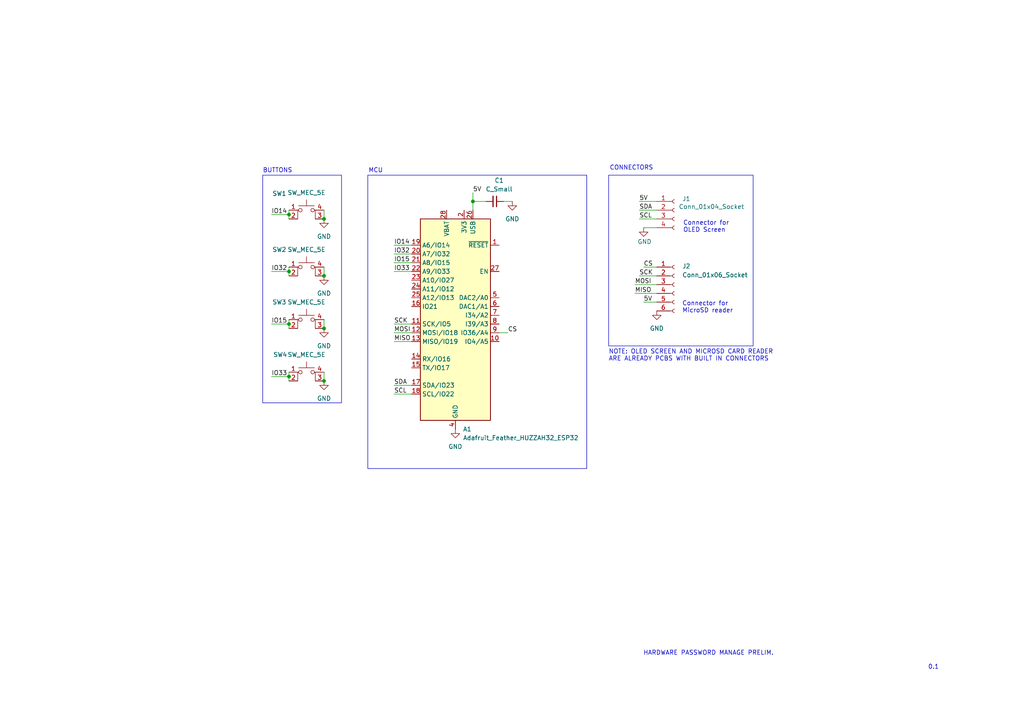
<source format=kicad_sch>
(kicad_sch
	(version 20231120)
	(generator "eeschema")
	(generator_version "8.0")
	(uuid "ace7992a-48fe-4fe3-bf4e-2c222e1fe8cf")
	(paper "A4")
	(lib_symbols
		(symbol "Connector:Conn_01x04_Socket"
			(pin_names
				(offset 1.016) hide)
			(exclude_from_sim no)
			(in_bom yes)
			(on_board yes)
			(property "Reference" "J"
				(at 0 5.08 0)
				(effects
					(font
						(size 1.27 1.27)
					)
				)
			)
			(property "Value" "Conn_01x04_Socket"
				(at 0 -7.62 0)
				(effects
					(font
						(size 1.27 1.27)
					)
				)
			)
			(property "Footprint" ""
				(at 0 0 0)
				(effects
					(font
						(size 1.27 1.27)
					)
					(hide yes)
				)
			)
			(property "Datasheet" "~"
				(at 0 0 0)
				(effects
					(font
						(size 1.27 1.27)
					)
					(hide yes)
				)
			)
			(property "Description" "Generic connector, single row, 01x04, script generated"
				(at 0 0 0)
				(effects
					(font
						(size 1.27 1.27)
					)
					(hide yes)
				)
			)
			(property "ki_locked" ""
				(at 0 0 0)
				(effects
					(font
						(size 1.27 1.27)
					)
				)
			)
			(property "ki_keywords" "connector"
				(at 0 0 0)
				(effects
					(font
						(size 1.27 1.27)
					)
					(hide yes)
				)
			)
			(property "ki_fp_filters" "Connector*:*_1x??_*"
				(at 0 0 0)
				(effects
					(font
						(size 1.27 1.27)
					)
					(hide yes)
				)
			)
			(symbol "Conn_01x04_Socket_1_1"
				(arc
					(start 0 -4.572)
					(mid -0.5058 -5.08)
					(end 0 -5.588)
					(stroke
						(width 0.1524)
						(type default)
					)
					(fill
						(type none)
					)
				)
				(arc
					(start 0 -2.032)
					(mid -0.5058 -2.54)
					(end 0 -3.048)
					(stroke
						(width 0.1524)
						(type default)
					)
					(fill
						(type none)
					)
				)
				(polyline
					(pts
						(xy -1.27 -5.08) (xy -0.508 -5.08)
					)
					(stroke
						(width 0.1524)
						(type default)
					)
					(fill
						(type none)
					)
				)
				(polyline
					(pts
						(xy -1.27 -2.54) (xy -0.508 -2.54)
					)
					(stroke
						(width 0.1524)
						(type default)
					)
					(fill
						(type none)
					)
				)
				(polyline
					(pts
						(xy -1.27 0) (xy -0.508 0)
					)
					(stroke
						(width 0.1524)
						(type default)
					)
					(fill
						(type none)
					)
				)
				(polyline
					(pts
						(xy -1.27 2.54) (xy -0.508 2.54)
					)
					(stroke
						(width 0.1524)
						(type default)
					)
					(fill
						(type none)
					)
				)
				(arc
					(start 0 0.508)
					(mid -0.5058 0)
					(end 0 -0.508)
					(stroke
						(width 0.1524)
						(type default)
					)
					(fill
						(type none)
					)
				)
				(arc
					(start 0 3.048)
					(mid -0.5058 2.54)
					(end 0 2.032)
					(stroke
						(width 0.1524)
						(type default)
					)
					(fill
						(type none)
					)
				)
				(pin passive line
					(at -5.08 2.54 0)
					(length 3.81)
					(name "Pin_1"
						(effects
							(font
								(size 1.27 1.27)
							)
						)
					)
					(number "1"
						(effects
							(font
								(size 1.27 1.27)
							)
						)
					)
				)
				(pin passive line
					(at -5.08 0 0)
					(length 3.81)
					(name "Pin_2"
						(effects
							(font
								(size 1.27 1.27)
							)
						)
					)
					(number "2"
						(effects
							(font
								(size 1.27 1.27)
							)
						)
					)
				)
				(pin passive line
					(at -5.08 -2.54 0)
					(length 3.81)
					(name "Pin_3"
						(effects
							(font
								(size 1.27 1.27)
							)
						)
					)
					(number "3"
						(effects
							(font
								(size 1.27 1.27)
							)
						)
					)
				)
				(pin passive line
					(at -5.08 -5.08 0)
					(length 3.81)
					(name "Pin_4"
						(effects
							(font
								(size 1.27 1.27)
							)
						)
					)
					(number "4"
						(effects
							(font
								(size 1.27 1.27)
							)
						)
					)
				)
			)
		)
		(symbol "Connector:Conn_01x06_Socket"
			(pin_names
				(offset 1.016) hide)
			(exclude_from_sim no)
			(in_bom yes)
			(on_board yes)
			(property "Reference" "J"
				(at 0 7.62 0)
				(effects
					(font
						(size 1.27 1.27)
					)
				)
			)
			(property "Value" "Conn_01x06_Socket"
				(at 0 -10.16 0)
				(effects
					(font
						(size 1.27 1.27)
					)
				)
			)
			(property "Footprint" ""
				(at 0 0 0)
				(effects
					(font
						(size 1.27 1.27)
					)
					(hide yes)
				)
			)
			(property "Datasheet" "~"
				(at 0 0 0)
				(effects
					(font
						(size 1.27 1.27)
					)
					(hide yes)
				)
			)
			(property "Description" "Generic connector, single row, 01x06, script generated"
				(at 0 0 0)
				(effects
					(font
						(size 1.27 1.27)
					)
					(hide yes)
				)
			)
			(property "ki_locked" ""
				(at 0 0 0)
				(effects
					(font
						(size 1.27 1.27)
					)
				)
			)
			(property "ki_keywords" "connector"
				(at 0 0 0)
				(effects
					(font
						(size 1.27 1.27)
					)
					(hide yes)
				)
			)
			(property "ki_fp_filters" "Connector*:*_1x??_*"
				(at 0 0 0)
				(effects
					(font
						(size 1.27 1.27)
					)
					(hide yes)
				)
			)
			(symbol "Conn_01x06_Socket_1_1"
				(arc
					(start 0 -7.112)
					(mid -0.5058 -7.62)
					(end 0 -8.128)
					(stroke
						(width 0.1524)
						(type default)
					)
					(fill
						(type none)
					)
				)
				(arc
					(start 0 -4.572)
					(mid -0.5058 -5.08)
					(end 0 -5.588)
					(stroke
						(width 0.1524)
						(type default)
					)
					(fill
						(type none)
					)
				)
				(arc
					(start 0 -2.032)
					(mid -0.5058 -2.54)
					(end 0 -3.048)
					(stroke
						(width 0.1524)
						(type default)
					)
					(fill
						(type none)
					)
				)
				(polyline
					(pts
						(xy -1.27 -7.62) (xy -0.508 -7.62)
					)
					(stroke
						(width 0.1524)
						(type default)
					)
					(fill
						(type none)
					)
				)
				(polyline
					(pts
						(xy -1.27 -5.08) (xy -0.508 -5.08)
					)
					(stroke
						(width 0.1524)
						(type default)
					)
					(fill
						(type none)
					)
				)
				(polyline
					(pts
						(xy -1.27 -2.54) (xy -0.508 -2.54)
					)
					(stroke
						(width 0.1524)
						(type default)
					)
					(fill
						(type none)
					)
				)
				(polyline
					(pts
						(xy -1.27 0) (xy -0.508 0)
					)
					(stroke
						(width 0.1524)
						(type default)
					)
					(fill
						(type none)
					)
				)
				(polyline
					(pts
						(xy -1.27 2.54) (xy -0.508 2.54)
					)
					(stroke
						(width 0.1524)
						(type default)
					)
					(fill
						(type none)
					)
				)
				(polyline
					(pts
						(xy -1.27 5.08) (xy -0.508 5.08)
					)
					(stroke
						(width 0.1524)
						(type default)
					)
					(fill
						(type none)
					)
				)
				(arc
					(start 0 0.508)
					(mid -0.5058 0)
					(end 0 -0.508)
					(stroke
						(width 0.1524)
						(type default)
					)
					(fill
						(type none)
					)
				)
				(arc
					(start 0 3.048)
					(mid -0.5058 2.54)
					(end 0 2.032)
					(stroke
						(width 0.1524)
						(type default)
					)
					(fill
						(type none)
					)
				)
				(arc
					(start 0 5.588)
					(mid -0.5058 5.08)
					(end 0 4.572)
					(stroke
						(width 0.1524)
						(type default)
					)
					(fill
						(type none)
					)
				)
				(pin passive line
					(at -5.08 5.08 0)
					(length 3.81)
					(name "Pin_1"
						(effects
							(font
								(size 1.27 1.27)
							)
						)
					)
					(number "1"
						(effects
							(font
								(size 1.27 1.27)
							)
						)
					)
				)
				(pin passive line
					(at -5.08 2.54 0)
					(length 3.81)
					(name "Pin_2"
						(effects
							(font
								(size 1.27 1.27)
							)
						)
					)
					(number "2"
						(effects
							(font
								(size 1.27 1.27)
							)
						)
					)
				)
				(pin passive line
					(at -5.08 0 0)
					(length 3.81)
					(name "Pin_3"
						(effects
							(font
								(size 1.27 1.27)
							)
						)
					)
					(number "3"
						(effects
							(font
								(size 1.27 1.27)
							)
						)
					)
				)
				(pin passive line
					(at -5.08 -2.54 0)
					(length 3.81)
					(name "Pin_4"
						(effects
							(font
								(size 1.27 1.27)
							)
						)
					)
					(number "4"
						(effects
							(font
								(size 1.27 1.27)
							)
						)
					)
				)
				(pin passive line
					(at -5.08 -5.08 0)
					(length 3.81)
					(name "Pin_5"
						(effects
							(font
								(size 1.27 1.27)
							)
						)
					)
					(number "5"
						(effects
							(font
								(size 1.27 1.27)
							)
						)
					)
				)
				(pin passive line
					(at -5.08 -7.62 0)
					(length 3.81)
					(name "Pin_6"
						(effects
							(font
								(size 1.27 1.27)
							)
						)
					)
					(number "6"
						(effects
							(font
								(size 1.27 1.27)
							)
						)
					)
				)
			)
		)
		(symbol "Device:C_Small"
			(pin_numbers hide)
			(pin_names
				(offset 0.254) hide)
			(exclude_from_sim no)
			(in_bom yes)
			(on_board yes)
			(property "Reference" "C"
				(at 0.254 1.778 0)
				(effects
					(font
						(size 1.27 1.27)
					)
					(justify left)
				)
			)
			(property "Value" "C_Small"
				(at 0.254 -2.032 0)
				(effects
					(font
						(size 1.27 1.27)
					)
					(justify left)
				)
			)
			(property "Footprint" ""
				(at 0 0 0)
				(effects
					(font
						(size 1.27 1.27)
					)
					(hide yes)
				)
			)
			(property "Datasheet" "~"
				(at 0 0 0)
				(effects
					(font
						(size 1.27 1.27)
					)
					(hide yes)
				)
			)
			(property "Description" "Unpolarized capacitor, small symbol"
				(at 0 0 0)
				(effects
					(font
						(size 1.27 1.27)
					)
					(hide yes)
				)
			)
			(property "ki_keywords" "capacitor cap"
				(at 0 0 0)
				(effects
					(font
						(size 1.27 1.27)
					)
					(hide yes)
				)
			)
			(property "ki_fp_filters" "C_*"
				(at 0 0 0)
				(effects
					(font
						(size 1.27 1.27)
					)
					(hide yes)
				)
			)
			(symbol "C_Small_0_1"
				(polyline
					(pts
						(xy -1.524 -0.508) (xy 1.524 -0.508)
					)
					(stroke
						(width 0.3302)
						(type default)
					)
					(fill
						(type none)
					)
				)
				(polyline
					(pts
						(xy -1.524 0.508) (xy 1.524 0.508)
					)
					(stroke
						(width 0.3048)
						(type default)
					)
					(fill
						(type none)
					)
				)
			)
			(symbol "C_Small_1_1"
				(pin passive line
					(at 0 2.54 270)
					(length 2.032)
					(name "~"
						(effects
							(font
								(size 1.27 1.27)
							)
						)
					)
					(number "1"
						(effects
							(font
								(size 1.27 1.27)
							)
						)
					)
				)
				(pin passive line
					(at 0 -2.54 90)
					(length 2.032)
					(name "~"
						(effects
							(font
								(size 1.27 1.27)
							)
						)
					)
					(number "2"
						(effects
							(font
								(size 1.27 1.27)
							)
						)
					)
				)
			)
		)
		(symbol "MCU_Module:Adafruit_Feather_HUZZAH32_ESP32"
			(exclude_from_sim no)
			(in_bom yes)
			(on_board yes)
			(property "Reference" "A"
				(at -10.16 29.21 0)
				(effects
					(font
						(size 1.27 1.27)
					)
					(justify left)
				)
			)
			(property "Value" "Adafruit_Feather_HUZZAH32_ESP32"
				(at 2.54 -31.75 0)
				(effects
					(font
						(size 1.27 1.27)
					)
					(justify left)
				)
			)
			(property "Footprint" "Module:Adafruit_Feather"
				(at 2.54 -34.29 0)
				(effects
					(font
						(size 1.27 1.27)
					)
					(justify left)
					(hide yes)
				)
			)
			(property "Datasheet" "https://cdn-learn.adafruit.com/downloads/pdf/adafruit-huzzah32-esp32-feather.pdf"
				(at 0 -30.48 0)
				(effects
					(font
						(size 1.27 1.27)
					)
					(hide yes)
				)
			)
			(property "Description" "Microcontroller module with ESP32 MCU"
				(at 0 0 0)
				(effects
					(font
						(size 1.27 1.27)
					)
					(hide yes)
				)
			)
			(property "ki_keywords" "Adafruit feather microcontroller module USB"
				(at 0 0 0)
				(effects
					(font
						(size 1.27 1.27)
					)
					(hide yes)
				)
			)
			(property "ki_fp_filters" "Adafruit*Feather*"
				(at 0 0 0)
				(effects
					(font
						(size 1.27 1.27)
					)
					(hide yes)
				)
			)
			(symbol "Adafruit_Feather_HUZZAH32_ESP32_0_1"
				(rectangle
					(start -10.16 27.94)
					(end 10.16 -30.48)
					(stroke
						(width 0.254)
						(type default)
					)
					(fill
						(type background)
					)
				)
			)
			(symbol "Adafruit_Feather_HUZZAH32_ESP32_1_1"
				(pin input line
					(at 12.7 20.32 180)
					(length 2.54)
					(name "~{RESET}"
						(effects
							(font
								(size 1.27 1.27)
							)
						)
					)
					(number "1"
						(effects
							(font
								(size 1.27 1.27)
							)
						)
					)
				)
				(pin bidirectional line
					(at 12.7 -7.62 180)
					(length 2.54)
					(name "IO4/A5"
						(effects
							(font
								(size 1.27 1.27)
							)
						)
					)
					(number "10"
						(effects
							(font
								(size 1.27 1.27)
							)
						)
					)
				)
				(pin bidirectional line
					(at -12.7 -2.54 0)
					(length 2.54)
					(name "SCK/IO5"
						(effects
							(font
								(size 1.27 1.27)
							)
						)
					)
					(number "11"
						(effects
							(font
								(size 1.27 1.27)
							)
						)
					)
				)
				(pin bidirectional line
					(at -12.7 -5.08 0)
					(length 2.54)
					(name "MOSI/IO18"
						(effects
							(font
								(size 1.27 1.27)
							)
						)
					)
					(number "12"
						(effects
							(font
								(size 1.27 1.27)
							)
						)
					)
				)
				(pin bidirectional line
					(at -12.7 -7.62 0)
					(length 2.54)
					(name "MISO/IO19"
						(effects
							(font
								(size 1.27 1.27)
							)
						)
					)
					(number "13"
						(effects
							(font
								(size 1.27 1.27)
							)
						)
					)
				)
				(pin bidirectional line
					(at -12.7 -12.7 0)
					(length 2.54)
					(name "RX/IO16"
						(effects
							(font
								(size 1.27 1.27)
							)
						)
					)
					(number "14"
						(effects
							(font
								(size 1.27 1.27)
							)
						)
					)
				)
				(pin bidirectional line
					(at -12.7 -15.24 0)
					(length 2.54)
					(name "TX/IO17"
						(effects
							(font
								(size 1.27 1.27)
							)
						)
					)
					(number "15"
						(effects
							(font
								(size 1.27 1.27)
							)
						)
					)
				)
				(pin bidirectional line
					(at -12.7 2.54 0)
					(length 2.54)
					(name "IO21"
						(effects
							(font
								(size 1.27 1.27)
							)
						)
					)
					(number "16"
						(effects
							(font
								(size 1.27 1.27)
							)
						)
					)
				)
				(pin bidirectional line
					(at -12.7 -20.32 0)
					(length 2.54)
					(name "SDA/IO23"
						(effects
							(font
								(size 1.27 1.27)
							)
						)
					)
					(number "17"
						(effects
							(font
								(size 1.27 1.27)
							)
						)
					)
				)
				(pin bidirectional line
					(at -12.7 -22.86 0)
					(length 2.54)
					(name "SCL/IO22"
						(effects
							(font
								(size 1.27 1.27)
							)
						)
					)
					(number "18"
						(effects
							(font
								(size 1.27 1.27)
							)
						)
					)
				)
				(pin bidirectional line
					(at -12.7 20.32 0)
					(length 2.54)
					(name "A6/IO14"
						(effects
							(font
								(size 1.27 1.27)
							)
						)
					)
					(number "19"
						(effects
							(font
								(size 1.27 1.27)
							)
						)
					)
				)
				(pin power_in line
					(at 2.54 30.48 270)
					(length 2.54)
					(name "3V3"
						(effects
							(font
								(size 1.27 1.27)
							)
						)
					)
					(number "2"
						(effects
							(font
								(size 1.27 1.27)
							)
						)
					)
				)
				(pin bidirectional line
					(at -12.7 17.78 0)
					(length 2.54)
					(name "A7/IO32"
						(effects
							(font
								(size 1.27 1.27)
							)
						)
					)
					(number "20"
						(effects
							(font
								(size 1.27 1.27)
							)
						)
					)
				)
				(pin bidirectional line
					(at -12.7 15.24 0)
					(length 2.54)
					(name "A8/IO15"
						(effects
							(font
								(size 1.27 1.27)
							)
						)
					)
					(number "21"
						(effects
							(font
								(size 1.27 1.27)
							)
						)
					)
				)
				(pin bidirectional line
					(at -12.7 12.7 0)
					(length 2.54)
					(name "A9/IO33"
						(effects
							(font
								(size 1.27 1.27)
							)
						)
					)
					(number "22"
						(effects
							(font
								(size 1.27 1.27)
							)
						)
					)
				)
				(pin bidirectional line
					(at -12.7 10.16 0)
					(length 2.54)
					(name "A10/IO27"
						(effects
							(font
								(size 1.27 1.27)
							)
						)
					)
					(number "23"
						(effects
							(font
								(size 1.27 1.27)
							)
						)
					)
				)
				(pin bidirectional line
					(at -12.7 7.62 0)
					(length 2.54)
					(name "A11/IO12"
						(effects
							(font
								(size 1.27 1.27)
							)
						)
					)
					(number "24"
						(effects
							(font
								(size 1.27 1.27)
							)
						)
					)
				)
				(pin bidirectional line
					(at -12.7 5.08 0)
					(length 2.54)
					(name "A12/IO13"
						(effects
							(font
								(size 1.27 1.27)
							)
						)
					)
					(number "25"
						(effects
							(font
								(size 1.27 1.27)
							)
						)
					)
				)
				(pin power_in line
					(at 5.08 30.48 270)
					(length 2.54)
					(name "USB"
						(effects
							(font
								(size 1.27 1.27)
							)
						)
					)
					(number "26"
						(effects
							(font
								(size 1.27 1.27)
							)
						)
					)
				)
				(pin input line
					(at 12.7 12.7 180)
					(length 2.54)
					(name "EN"
						(effects
							(font
								(size 1.27 1.27)
							)
						)
					)
					(number "27"
						(effects
							(font
								(size 1.27 1.27)
							)
						)
					)
				)
				(pin power_in line
					(at -2.54 30.48 270)
					(length 2.54)
					(name "VBAT"
						(effects
							(font
								(size 1.27 1.27)
							)
						)
					)
					(number "28"
						(effects
							(font
								(size 1.27 1.27)
							)
						)
					)
				)
				(pin no_connect line
					(at 10.16 10.16 180)
					(length 2.54) hide
					(name "NC"
						(effects
							(font
								(size 1.27 1.27)
							)
						)
					)
					(number "3"
						(effects
							(font
								(size 1.27 1.27)
							)
						)
					)
				)
				(pin power_in line
					(at 0 -33.02 90)
					(length 2.54)
					(name "GND"
						(effects
							(font
								(size 1.27 1.27)
							)
						)
					)
					(number "4"
						(effects
							(font
								(size 1.27 1.27)
							)
						)
					)
				)
				(pin bidirectional line
					(at 12.7 5.08 180)
					(length 2.54)
					(name "DAC2/A0"
						(effects
							(font
								(size 1.27 1.27)
							)
						)
					)
					(number "5"
						(effects
							(font
								(size 1.27 1.27)
							)
						)
					)
				)
				(pin bidirectional line
					(at 12.7 2.54 180)
					(length 2.54)
					(name "DAC1/A1"
						(effects
							(font
								(size 1.27 1.27)
							)
						)
					)
					(number "6"
						(effects
							(font
								(size 1.27 1.27)
							)
						)
					)
				)
				(pin bidirectional line
					(at 12.7 0 180)
					(length 2.54)
					(name "I34/A2"
						(effects
							(font
								(size 1.27 1.27)
							)
						)
					)
					(number "7"
						(effects
							(font
								(size 1.27 1.27)
							)
						)
					)
				)
				(pin bidirectional line
					(at 12.7 -2.54 180)
					(length 2.54)
					(name "I39/A3"
						(effects
							(font
								(size 1.27 1.27)
							)
						)
					)
					(number "8"
						(effects
							(font
								(size 1.27 1.27)
							)
						)
					)
				)
				(pin bidirectional line
					(at 12.7 -5.08 180)
					(length 2.54)
					(name "IO36/A4"
						(effects
							(font
								(size 1.27 1.27)
							)
						)
					)
					(number "9"
						(effects
							(font
								(size 1.27 1.27)
							)
						)
					)
				)
			)
		)
		(symbol "Switch:SW_MEC_5E"
			(pin_names
				(offset 1.016) hide)
			(exclude_from_sim no)
			(in_bom yes)
			(on_board yes)
			(property "Reference" "SW"
				(at 0.635 5.715 0)
				(effects
					(font
						(size 1.27 1.27)
					)
					(justify left)
				)
			)
			(property "Value" "SW_MEC_5E"
				(at 0 -3.175 0)
				(effects
					(font
						(size 1.27 1.27)
					)
				)
			)
			(property "Footprint" ""
				(at 0 7.62 0)
				(effects
					(font
						(size 1.27 1.27)
					)
					(hide yes)
				)
			)
			(property "Datasheet" "http://www.apem.com/int/index.php?controller=attachment&id_attachment=1371"
				(at 0 7.62 0)
				(effects
					(font
						(size 1.27 1.27)
					)
					(hide yes)
				)
			)
			(property "Description" "MEC 5E single pole normally-open tactile switch"
				(at 0 0 0)
				(effects
					(font
						(size 1.27 1.27)
					)
					(hide yes)
				)
			)
			(property "ki_keywords" "switch normally-open pushbutton push-button"
				(at 0 0 0)
				(effects
					(font
						(size 1.27 1.27)
					)
					(hide yes)
				)
			)
			(property "ki_fp_filters" "SW*MEC*5G*"
				(at 0 0 0)
				(effects
					(font
						(size 1.27 1.27)
					)
					(hide yes)
				)
			)
			(symbol "SW_MEC_5E_0_1"
				(circle
					(center -1.778 2.54)
					(radius 0.508)
					(stroke
						(width 0)
						(type default)
					)
					(fill
						(type none)
					)
				)
				(polyline
					(pts
						(xy -2.286 3.81) (xy 2.286 3.81)
					)
					(stroke
						(width 0)
						(type default)
					)
					(fill
						(type none)
					)
				)
				(polyline
					(pts
						(xy 0 3.81) (xy 0 5.588)
					)
					(stroke
						(width 0)
						(type default)
					)
					(fill
						(type none)
					)
				)
				(polyline
					(pts
						(xy -2.54 0) (xy -2.54 2.54) (xy -2.286 2.54)
					)
					(stroke
						(width 0)
						(type default)
					)
					(fill
						(type none)
					)
				)
				(polyline
					(pts
						(xy 2.54 0) (xy 2.54 2.54) (xy 2.286 2.54)
					)
					(stroke
						(width 0)
						(type default)
					)
					(fill
						(type none)
					)
				)
				(circle
					(center 1.778 2.54)
					(radius 0.508)
					(stroke
						(width 0)
						(type default)
					)
					(fill
						(type none)
					)
				)
				(pin passive line
					(at -5.08 2.54 0)
					(length 2.54)
					(name "1"
						(effects
							(font
								(size 1.27 1.27)
							)
						)
					)
					(number "1"
						(effects
							(font
								(size 1.27 1.27)
							)
						)
					)
				)
				(pin passive line
					(at -5.08 0 0)
					(length 2.54)
					(name "2"
						(effects
							(font
								(size 1.27 1.27)
							)
						)
					)
					(number "2"
						(effects
							(font
								(size 1.27 1.27)
							)
						)
					)
				)
				(pin passive line
					(at 5.08 0 180)
					(length 2.54)
					(name "K"
						(effects
							(font
								(size 1.27 1.27)
							)
						)
					)
					(number "3"
						(effects
							(font
								(size 1.27 1.27)
							)
						)
					)
				)
				(pin passive line
					(at 5.08 2.54 180)
					(length 2.54)
					(name "A"
						(effects
							(font
								(size 1.27 1.27)
							)
						)
					)
					(number "4"
						(effects
							(font
								(size 1.27 1.27)
							)
						)
					)
				)
			)
		)
		(symbol "power:GND"
			(power)
			(pin_numbers hide)
			(pin_names
				(offset 0) hide)
			(exclude_from_sim no)
			(in_bom yes)
			(on_board yes)
			(property "Reference" "#PWR"
				(at 0 -6.35 0)
				(effects
					(font
						(size 1.27 1.27)
					)
					(hide yes)
				)
			)
			(property "Value" "GND"
				(at 0 -3.81 0)
				(effects
					(font
						(size 1.27 1.27)
					)
				)
			)
			(property "Footprint" ""
				(at 0 0 0)
				(effects
					(font
						(size 1.27 1.27)
					)
					(hide yes)
				)
			)
			(property "Datasheet" ""
				(at 0 0 0)
				(effects
					(font
						(size 1.27 1.27)
					)
					(hide yes)
				)
			)
			(property "Description" "Power symbol creates a global label with name \"GND\" , ground"
				(at 0 0 0)
				(effects
					(font
						(size 1.27 1.27)
					)
					(hide yes)
				)
			)
			(property "ki_keywords" "global power"
				(at 0 0 0)
				(effects
					(font
						(size 1.27 1.27)
					)
					(hide yes)
				)
			)
			(symbol "GND_0_1"
				(polyline
					(pts
						(xy 0 0) (xy 0 -1.27) (xy 1.27 -1.27) (xy 0 -2.54) (xy -1.27 -1.27) (xy 0 -1.27)
					)
					(stroke
						(width 0)
						(type default)
					)
					(fill
						(type none)
					)
				)
			)
			(symbol "GND_1_1"
				(pin power_in line
					(at 0 0 270)
					(length 0)
					(name "~"
						(effects
							(font
								(size 1.27 1.27)
							)
						)
					)
					(number "1"
						(effects
							(font
								(size 1.27 1.27)
							)
						)
					)
				)
			)
		)
	)
	(junction
		(at 83.82 93.98)
		(diameter 0)
		(color 0 0 0 0)
		(uuid "02e8cf2e-d202-46c9-b11a-8e9d81c637d1")
	)
	(junction
		(at 93.98 95.25)
		(diameter 0)
		(color 0 0 0 0)
		(uuid "10772820-4763-484a-9f92-e08fbb846bbf")
	)
	(junction
		(at 93.98 63.5)
		(diameter 0)
		(color 0 0 0 0)
		(uuid "294ae0d0-f751-46d2-9e28-3b7acdbab4bb")
	)
	(junction
		(at 137.16 58.42)
		(diameter 0)
		(color 0 0 0 0)
		(uuid "34f542b9-29d5-4dd2-abc9-50f163be2120")
	)
	(junction
		(at 83.82 109.22)
		(diameter 0)
		(color 0 0 0 0)
		(uuid "cda95e8c-5cf8-4ff9-bd6d-9683c19baa65")
	)
	(junction
		(at 93.98 80.01)
		(diameter 0)
		(color 0 0 0 0)
		(uuid "d2101748-194b-4d9b-b765-99e2b717d4d1")
	)
	(junction
		(at 93.98 110.49)
		(diameter 0)
		(color 0 0 0 0)
		(uuid "ed777dec-826e-49ed-a6c4-2fc8fcc86888")
	)
	(junction
		(at 83.82 78.74)
		(diameter 0)
		(color 0 0 0 0)
		(uuid "f45967e8-2132-48e9-adf8-c25bacf52123")
	)
	(junction
		(at 83.82 62.23)
		(diameter 0)
		(color 0 0 0 0)
		(uuid "fc799c4d-d046-42f8-ac75-13b4698439a5")
	)
	(wire
		(pts
			(xy 93.98 107.95) (xy 93.98 110.49)
		)
		(stroke
			(width 0)
			(type default)
		)
		(uuid "01e9d5e9-f40a-481f-ae28-54c3d8e035b9")
	)
	(wire
		(pts
			(xy 114.3 73.66) (xy 119.38 73.66)
		)
		(stroke
			(width 0)
			(type default)
		)
		(uuid "102c35e8-880e-4603-8a69-9b8d965d4d53")
	)
	(wire
		(pts
			(xy 184.15 82.55) (xy 190.5 82.55)
		)
		(stroke
			(width 0)
			(type default)
		)
		(uuid "1311cd52-a022-4f47-bf94-e5c18acba896")
	)
	(wire
		(pts
			(xy 144.78 96.52) (xy 147.32 96.52)
		)
		(stroke
			(width 0)
			(type default)
		)
		(uuid "1972aab8-391f-4c5b-834c-349d9854bb6c")
	)
	(wire
		(pts
			(xy 114.3 71.12) (xy 119.38 71.12)
		)
		(stroke
			(width 0)
			(type default)
		)
		(uuid "1b6150ce-897e-42ac-9929-b9948e40e297")
	)
	(wire
		(pts
			(xy 185.42 80.01) (xy 190.5 80.01)
		)
		(stroke
			(width 0)
			(type default)
		)
		(uuid "30a91c7b-b074-4647-95ff-86afb651f85b")
	)
	(wire
		(pts
			(xy 83.82 107.95) (xy 83.82 109.22)
		)
		(stroke
			(width 0)
			(type default)
		)
		(uuid "318bb343-293d-4eff-8368-330b8016bad0")
	)
	(wire
		(pts
			(xy 83.82 93.98) (xy 83.82 95.25)
		)
		(stroke
			(width 0)
			(type default)
		)
		(uuid "475b39ea-f99f-44b8-ace2-e3c344124836")
	)
	(wire
		(pts
			(xy 78.74 62.23) (xy 83.82 62.23)
		)
		(stroke
			(width 0)
			(type default)
		)
		(uuid "4b19fe2c-a143-4b45-a1ef-aacf58cb22d3")
	)
	(wire
		(pts
			(xy 186.69 87.63) (xy 190.5 87.63)
		)
		(stroke
			(width 0)
			(type default)
		)
		(uuid "52039886-3900-4470-b374-e1894bd621e9")
	)
	(wire
		(pts
			(xy 93.98 77.47) (xy 93.98 80.01)
		)
		(stroke
			(width 0)
			(type default)
		)
		(uuid "60cc7d74-9aae-4122-928d-c18c068c6fba")
	)
	(wire
		(pts
			(xy 114.3 99.06) (xy 119.38 99.06)
		)
		(stroke
			(width 0)
			(type default)
		)
		(uuid "6510cae4-21d7-45b5-b87a-260e9fa3c70c")
	)
	(wire
		(pts
			(xy 78.74 93.98) (xy 83.82 93.98)
		)
		(stroke
			(width 0)
			(type default)
		)
		(uuid "6f582dbc-730c-44f3-b0c6-8363c39706c2")
	)
	(wire
		(pts
			(xy 78.74 109.22) (xy 83.82 109.22)
		)
		(stroke
			(width 0)
			(type default)
		)
		(uuid "790906c2-ebce-43ec-a7a8-6a0c9e2579c6")
	)
	(wire
		(pts
			(xy 137.16 55.88) (xy 137.16 58.42)
		)
		(stroke
			(width 0)
			(type default)
		)
		(uuid "7bb96c70-4dde-4829-b888-df79ef924ec4")
	)
	(wire
		(pts
			(xy 78.74 78.74) (xy 83.82 78.74)
		)
		(stroke
			(width 0)
			(type default)
		)
		(uuid "7c65afbb-58b1-4800-936a-79ab9430ddcc")
	)
	(wire
		(pts
			(xy 93.98 60.96) (xy 93.98 63.5)
		)
		(stroke
			(width 0)
			(type default)
		)
		(uuid "7fadc1e4-6fe0-48df-a55e-f4bd3096a370")
	)
	(wire
		(pts
			(xy 137.16 58.42) (xy 137.16 60.96)
		)
		(stroke
			(width 0)
			(type default)
		)
		(uuid "87924928-b445-4494-ab12-91ed899a51bb")
	)
	(wire
		(pts
			(xy 83.82 109.22) (xy 83.82 110.49)
		)
		(stroke
			(width 0)
			(type default)
		)
		(uuid "9fd1fcca-1f73-4ff2-8ec5-5da55e1e6857")
	)
	(wire
		(pts
			(xy 148.59 58.42) (xy 146.05 58.42)
		)
		(stroke
			(width 0)
			(type default)
		)
		(uuid "a6697c9b-4ac3-4620-bafb-bf6b70cd8bcf")
	)
	(wire
		(pts
			(xy 114.3 114.3) (xy 119.38 114.3)
		)
		(stroke
			(width 0)
			(type default)
		)
		(uuid "a682f7b4-e0ce-4294-97cd-bf83fbebbdc0")
	)
	(wire
		(pts
			(xy 114.3 78.74) (xy 119.38 78.74)
		)
		(stroke
			(width 0)
			(type default)
		)
		(uuid "a8c4d5bd-cc1e-43d1-904c-0e6c12abf2e4")
	)
	(wire
		(pts
			(xy 83.82 92.71) (xy 83.82 93.98)
		)
		(stroke
			(width 0)
			(type default)
		)
		(uuid "a99529fb-8f7f-46ea-adc5-f8de85256dc4")
	)
	(wire
		(pts
			(xy 185.42 58.42) (xy 190.5 58.42)
		)
		(stroke
			(width 0)
			(type default)
		)
		(uuid "abd17097-f7db-48f8-8282-18105b01cf8c")
	)
	(wire
		(pts
			(xy 137.16 58.42) (xy 140.97 58.42)
		)
		(stroke
			(width 0)
			(type default)
		)
		(uuid "ae30bb51-3f78-4f8c-8d01-029b654e62fd")
	)
	(wire
		(pts
			(xy 83.82 77.47) (xy 83.82 78.74)
		)
		(stroke
			(width 0)
			(type default)
		)
		(uuid "b1948742-e642-4b7d-b1f1-c555b8ad40e0")
	)
	(wire
		(pts
			(xy 186.69 66.04) (xy 190.5 66.04)
		)
		(stroke
			(width 0)
			(type default)
		)
		(uuid "b2d8767f-9254-4409-b7a1-063738c93a38")
	)
	(wire
		(pts
			(xy 93.98 92.71) (xy 93.98 95.25)
		)
		(stroke
			(width 0)
			(type default)
		)
		(uuid "c5d4e610-d4ee-49c4-8117-5f1040939639")
	)
	(wire
		(pts
			(xy 114.3 96.52) (xy 119.38 96.52)
		)
		(stroke
			(width 0)
			(type default)
		)
		(uuid "c76c0845-ea9e-4a7f-90c6-e6a6cb888cdd")
	)
	(wire
		(pts
			(xy 186.69 77.47) (xy 190.5 77.47)
		)
		(stroke
			(width 0)
			(type default)
		)
		(uuid "d1f19f41-a434-4a77-bfbc-88f5c81b082b")
	)
	(wire
		(pts
			(xy 83.82 60.96) (xy 83.82 62.23)
		)
		(stroke
			(width 0)
			(type default)
		)
		(uuid "d22703fa-0d03-4366-9da7-4f343a36018a")
	)
	(wire
		(pts
			(xy 185.42 60.96) (xy 190.5 60.96)
		)
		(stroke
			(width 0)
			(type default)
		)
		(uuid "e0c1c460-c941-45e8-b55c-1ba73eea24b4")
	)
	(wire
		(pts
			(xy 114.3 93.98) (xy 119.38 93.98)
		)
		(stroke
			(width 0)
			(type default)
		)
		(uuid "e23fc0ca-e9b0-4c3d-b9c4-34751c9e0685")
	)
	(wire
		(pts
			(xy 83.82 62.23) (xy 83.82 63.5)
		)
		(stroke
			(width 0)
			(type default)
		)
		(uuid "e83d3386-b507-484f-a182-a0dc67ca04d8")
	)
	(wire
		(pts
			(xy 184.15 85.09) (xy 190.5 85.09)
		)
		(stroke
			(width 0)
			(type default)
		)
		(uuid "ec01fdcd-faa4-4a22-9965-811440f4439a")
	)
	(wire
		(pts
			(xy 83.82 78.74) (xy 83.82 80.01)
		)
		(stroke
			(width 0)
			(type default)
		)
		(uuid "f0e2dcff-e7fb-4403-805f-03d0210e0799")
	)
	(wire
		(pts
			(xy 185.42 63.5) (xy 190.5 63.5)
		)
		(stroke
			(width 0)
			(type default)
		)
		(uuid "f777f9f4-cbe4-4f37-9970-f45f201e46c7")
	)
	(wire
		(pts
			(xy 119.38 111.76) (xy 114.3 111.76)
		)
		(stroke
			(width 0)
			(type default)
		)
		(uuid "f9e5c2ec-40ce-4d34-9a42-6248aeaf8e44")
	)
	(wire
		(pts
			(xy 114.3 76.2) (xy 119.38 76.2)
		)
		(stroke
			(width 0)
			(type default)
		)
		(uuid "fe2fab8b-6de9-4fc5-9abc-6812cd5b89ef")
	)
	(rectangle
		(start 106.68 50.8)
		(end 170.18 135.89)
		(stroke
			(width 0)
			(type default)
		)
		(fill
			(type none)
		)
		(uuid 061a22de-91eb-49aa-84ae-337f01c61231)
	)
	(rectangle
		(start 176.53 50.8)
		(end 218.44 100.33)
		(stroke
			(width 0)
			(type default)
		)
		(fill
			(type none)
		)
		(uuid 976150aa-94bc-4b49-9928-bb34cabc8adb)
	)
	(rectangle
		(start 76.2 50.8)
		(end 99.06 116.84)
		(stroke
			(width 0)
			(type default)
		)
		(fill
			(type none)
		)
		(uuid e01093fa-25aa-4927-91dd-31888faae33a)
	)
	(text "MCU"
		(exclude_from_sim no)
		(at 108.966 49.53 0)
		(effects
			(font
				(size 1.27 1.27)
			)
		)
		(uuid "05e93343-84ad-4f36-b968-eefc0d9cbdc3")
	)
	(text "0.1\n"
		(exclude_from_sim no)
		(at 270.764 193.548 0)
		(effects
			(font
				(size 1.27 1.27)
			)
		)
		(uuid "1c318eb6-ed7f-40a7-88a2-e914ca1461b9")
	)
	(text "NOTE: OLED SCREEN AND MICROSD CARD READER\nARE ALREADY PCBS WITH BUILT IN CONNECTORS\n"
		(exclude_from_sim no)
		(at 176.53 103.124 0)
		(effects
			(font
				(size 1.27 1.27)
			)
			(justify left)
		)
		(uuid "2f59a5bb-e26f-473c-939d-f03c7d18fcde")
	)
	(text "BUTTONS\n"
		(exclude_from_sim no)
		(at 76.2 49.53 0)
		(effects
			(font
				(size 1.27 1.27)
			)
			(justify left)
		)
		(uuid "abde1a4a-ab42-4518-8e60-c4fd429365fc")
	)
	(text "Connector for \nOLED Screen"
		(exclude_from_sim no)
		(at 198.12 65.786 0)
		(effects
			(font
				(size 1.27 1.27)
			)
			(justify left)
		)
		(uuid "af51c936-77a8-4afe-a086-01dacbcdc649")
	)
	(text "CONNECTORS\n"
		(exclude_from_sim no)
		(at 183.134 48.768 0)
		(effects
			(font
				(size 1.27 1.27)
			)
		)
		(uuid "bd75e17f-4c39-4771-8d7a-3aa9d981b98e")
	)
	(text "HARDWARE PASSWORD MANAGE PRELIM."
		(exclude_from_sim no)
		(at 205.486 189.484 0)
		(effects
			(font
				(size 1.27 1.27)
			)
		)
		(uuid "e7605632-76ab-481a-bd29-f7b86925ac4c")
	)
	(text "Connector for\nMicroSD reader"
		(exclude_from_sim no)
		(at 197.866 89.154 0)
		(effects
			(font
				(size 1.27 1.27)
			)
			(justify left)
		)
		(uuid "f4200965-f30d-4bdf-9845-c7cf63d57b80")
	)
	(label "CS"
		(at 147.32 96.52 0)
		(fields_autoplaced yes)
		(effects
			(font
				(size 1.27 1.27)
			)
			(justify left bottom)
		)
		(uuid "01be7199-28f5-4845-9e06-d5ab10ebd739")
	)
	(label "SCL"
		(at 114.3 114.3 0)
		(fields_autoplaced yes)
		(effects
			(font
				(size 1.27 1.27)
			)
			(justify left bottom)
		)
		(uuid "124155b0-8629-4c66-8082-f3e87a1c27bf")
	)
	(label "SCK"
		(at 114.3 93.98 0)
		(fields_autoplaced yes)
		(effects
			(font
				(size 1.27 1.27)
			)
			(justify left bottom)
		)
		(uuid "1bd7420e-dbea-4457-963f-3a293a1706eb")
	)
	(label "IO14"
		(at 78.74 62.23 0)
		(fields_autoplaced yes)
		(effects
			(font
				(size 1.27 1.27)
			)
			(justify left bottom)
		)
		(uuid "220b7280-670e-4379-92b6-7dd290b3c6e1")
	)
	(label "SCK"
		(at 185.42 80.01 0)
		(fields_autoplaced yes)
		(effects
			(font
				(size 1.27 1.27)
			)
			(justify left bottom)
		)
		(uuid "2960a0f1-e73a-469c-9d27-92587f6458dc")
	)
	(label "IO33"
		(at 114.3 78.74 0)
		(fields_autoplaced yes)
		(effects
			(font
				(size 1.27 1.27)
			)
			(justify left bottom)
		)
		(uuid "29ab4fc0-034f-426d-b93f-3b9007fe629a")
	)
	(label "IO32"
		(at 114.3 73.66 0)
		(fields_autoplaced yes)
		(effects
			(font
				(size 1.27 1.27)
			)
			(justify left bottom)
		)
		(uuid "3064fd51-b058-457c-92d1-425e0d631567")
	)
	(label "MOSI"
		(at 114.3 96.52 0)
		(fields_autoplaced yes)
		(effects
			(font
				(size 1.27 1.27)
			)
			(justify left bottom)
		)
		(uuid "307b6034-a669-476c-a51f-90318103c579")
	)
	(label "SDA"
		(at 114.3 111.76 0)
		(fields_autoplaced yes)
		(effects
			(font
				(size 1.27 1.27)
			)
			(justify left bottom)
		)
		(uuid "670bd7fe-8503-414f-8e93-a4fd23c620d4")
	)
	(label "IO15"
		(at 114.3 76.2 0)
		(fields_autoplaced yes)
		(effects
			(font
				(size 1.27 1.27)
			)
			(justify left bottom)
		)
		(uuid "698f31bf-757e-4c09-ab75-258546459b9d")
	)
	(label "MISO"
		(at 184.15 85.09 0)
		(fields_autoplaced yes)
		(effects
			(font
				(size 1.27 1.27)
			)
			(justify left bottom)
		)
		(uuid "7712ac03-7912-4e1c-a122-60821ee77eef")
	)
	(label "SCL"
		(at 185.42 63.5 0)
		(fields_autoplaced yes)
		(effects
			(font
				(size 1.27 1.27)
			)
			(justify left bottom)
		)
		(uuid "7af6fb91-3d96-4ccb-ba53-c53748648c4d")
	)
	(label "IO15"
		(at 78.74 93.98 0)
		(fields_autoplaced yes)
		(effects
			(font
				(size 1.27 1.27)
			)
			(justify left bottom)
		)
		(uuid "7c4ef367-027a-4b3d-bcbd-714125322688")
	)
	(label "5V"
		(at 137.16 55.88 0)
		(fields_autoplaced yes)
		(effects
			(font
				(size 1.27 1.27)
			)
			(justify left bottom)
		)
		(uuid "7e7ac41a-2b5b-400d-8de7-3f90f6e90ab2")
	)
	(label "SDA"
		(at 185.42 60.96 0)
		(fields_autoplaced yes)
		(effects
			(font
				(size 1.27 1.27)
			)
			(justify left bottom)
		)
		(uuid "867d55de-0e42-4622-afcd-467b2aa33e8a")
	)
	(label "MISO"
		(at 114.3 99.06 0)
		(fields_autoplaced yes)
		(effects
			(font
				(size 1.27 1.27)
			)
			(justify left bottom)
		)
		(uuid "97696c3b-a48a-44fc-bf05-ef34fb6ce45d")
	)
	(label "5V"
		(at 185.42 58.42 0)
		(fields_autoplaced yes)
		(effects
			(font
				(size 1.27 1.27)
			)
			(justify left bottom)
		)
		(uuid "a77d8ea1-4839-4ece-96de-380f90ea095a")
	)
	(label "IO33"
		(at 78.74 109.22 0)
		(fields_autoplaced yes)
		(effects
			(font
				(size 1.27 1.27)
			)
			(justify left bottom)
		)
		(uuid "b0eaf4f5-b909-4ef9-8e65-0830fe8f05e2")
	)
	(label "IO14"
		(at 114.3 71.12 0)
		(fields_autoplaced yes)
		(effects
			(font
				(size 1.27 1.27)
			)
			(justify left bottom)
		)
		(uuid "d83a4ee5-4c00-431e-8485-c9c528b17f4a")
	)
	(label "5V"
		(at 186.69 87.63 0)
		(fields_autoplaced yes)
		(effects
			(font
				(size 1.27 1.27)
			)
			(justify left bottom)
		)
		(uuid "dc59224c-ce78-4a92-a84a-19651ed09483")
	)
	(label "MOSI"
		(at 184.15 82.55 0)
		(fields_autoplaced yes)
		(effects
			(font
				(size 1.27 1.27)
			)
			(justify left bottom)
		)
		(uuid "e34a54f8-0461-418c-9723-82a7dc43d9ae")
	)
	(label "IO32"
		(at 78.74 78.74 0)
		(fields_autoplaced yes)
		(effects
			(font
				(size 1.27 1.27)
			)
			(justify left bottom)
		)
		(uuid "f42265d4-0bee-48ba-a4b5-62364163d0d2")
	)
	(label "CS"
		(at 186.69 77.47 0)
		(fields_autoplaced yes)
		(effects
			(font
				(size 1.27 1.27)
			)
			(justify left bottom)
		)
		(uuid "fb16a9ee-9d44-4c3e-8178-0b94fdb3e40d")
	)
	(symbol
		(lib_id "power:GND")
		(at 132.08 124.46 0)
		(unit 1)
		(exclude_from_sim no)
		(in_bom yes)
		(on_board yes)
		(dnp no)
		(fields_autoplaced yes)
		(uuid "0325d9a0-6810-4362-8756-aa4a50abf5eb")
		(property "Reference" "#PWR01"
			(at 132.08 130.81 0)
			(effects
				(font
					(size 1.27 1.27)
				)
				(hide yes)
			)
		)
		(property "Value" "GND"
			(at 132.08 129.54 0)
			(effects
				(font
					(size 1.27 1.27)
				)
			)
		)
		(property "Footprint" ""
			(at 132.08 124.46 0)
			(effects
				(font
					(size 1.27 1.27)
				)
				(hide yes)
			)
		)
		(property "Datasheet" ""
			(at 132.08 124.46 0)
			(effects
				(font
					(size 1.27 1.27)
				)
				(hide yes)
			)
		)
		(property "Description" "Power symbol creates a global label with name \"GND\" , ground"
			(at 132.08 124.46 0)
			(effects
				(font
					(size 1.27 1.27)
				)
				(hide yes)
			)
		)
		(pin "1"
			(uuid "e4e626c9-509b-4ac1-87d2-5971f37a1744")
		)
		(instances
			(project ""
				(path "/ace7992a-48fe-4fe3-bf4e-2c222e1fe8cf"
					(reference "#PWR01")
					(unit 1)
				)
			)
		)
	)
	(symbol
		(lib_id "Switch:SW_MEC_5E")
		(at 88.9 63.5 0)
		(unit 1)
		(exclude_from_sim no)
		(in_bom yes)
		(on_board yes)
		(dnp no)
		(uuid "1aeab2d5-2326-4ce9-b9e5-3639e9851267")
		(property "Reference" "SW1"
			(at 81.026 56.134 0)
			(effects
				(font
					(size 1.27 1.27)
				)
			)
		)
		(property "Value" "SW_MEC_5E"
			(at 88.9 55.88 0)
			(effects
				(font
					(size 1.27 1.27)
				)
			)
		)
		(property "Footprint" "D01_9970442:HARWIN_D01-9970442"
			(at 88.9 55.88 0)
			(effects
				(font
					(size 1.27 1.27)
				)
				(hide yes)
			)
		)
		(property "Datasheet" "http://www.apem.com/int/index.php?controller=attachment&id_attachment=1371"
			(at 88.9 55.88 0)
			(effects
				(font
					(size 1.27 1.27)
				)
				(hide yes)
			)
		)
		(property "Description" "MEC 5E single pole normally-open tactile switch"
			(at 88.9 63.5 0)
			(effects
				(font
					(size 1.27 1.27)
				)
				(hide yes)
			)
		)
		(pin "1"
			(uuid "58cf69bf-7832-4033-a423-dfad2cb5f5ce")
		)
		(pin "2"
			(uuid "5982674c-b5cb-4f95-90d7-d6a232f88c88")
		)
		(pin "3"
			(uuid "643070f1-d759-4386-a894-33a64f75d727")
		)
		(pin "4"
			(uuid "1ee4e9fa-ba9e-41bb-b10d-9e45d3e145b1")
		)
		(instances
			(project ""
				(path "/ace7992a-48fe-4fe3-bf4e-2c222e1fe8cf"
					(reference "SW1")
					(unit 1)
				)
			)
		)
	)
	(symbol
		(lib_id "Switch:SW_MEC_5E")
		(at 88.9 110.49 0)
		(unit 1)
		(exclude_from_sim no)
		(in_bom yes)
		(on_board yes)
		(dnp no)
		(uuid "1c38d839-9351-4894-b5f3-6700f0263c11")
		(property "Reference" "SW4"
			(at 81.28 102.87 0)
			(effects
				(font
					(size 1.27 1.27)
				)
			)
		)
		(property "Value" "SW_MEC_5E"
			(at 88.9 102.87 0)
			(effects
				(font
					(size 1.27 1.27)
				)
			)
		)
		(property "Footprint" "D01_9970442:HARWIN_D01-9970442"
			(at 88.9 102.87 0)
			(effects
				(font
					(size 1.27 1.27)
				)
				(hide yes)
			)
		)
		(property "Datasheet" "http://www.apem.com/int/index.php?controller=attachment&id_attachment=1371"
			(at 88.9 102.87 0)
			(effects
				(font
					(size 1.27 1.27)
				)
				(hide yes)
			)
		)
		(property "Description" "MEC 5E single pole normally-open tactile switch"
			(at 88.9 110.49 0)
			(effects
				(font
					(size 1.27 1.27)
				)
				(hide yes)
			)
		)
		(pin "1"
			(uuid "7036e3de-2bdd-4a60-99c4-88e964166334")
		)
		(pin "2"
			(uuid "6ef38d07-0125-41da-8e88-17849cbcd866")
		)
		(pin "3"
			(uuid "6592de83-acf8-41b9-9f93-0238f32c04de")
		)
		(pin "4"
			(uuid "5e4314c0-88c6-47ac-b6e2-5fd87a3f210c")
		)
		(instances
			(project "hardware_password"
				(path "/ace7992a-48fe-4fe3-bf4e-2c222e1fe8cf"
					(reference "SW4")
					(unit 1)
				)
			)
		)
	)
	(symbol
		(lib_id "power:GND")
		(at 186.69 66.04 0)
		(unit 1)
		(exclude_from_sim no)
		(in_bom yes)
		(on_board yes)
		(dnp no)
		(uuid "32eba37b-eccc-483e-befd-6a69a99e44bf")
		(property "Reference" "#PWR02"
			(at 186.69 72.39 0)
			(effects
				(font
					(size 1.27 1.27)
				)
				(hide yes)
			)
		)
		(property "Value" "GND"
			(at 186.944 70.104 0)
			(effects
				(font
					(size 1.27 1.27)
				)
			)
		)
		(property "Footprint" ""
			(at 186.69 66.04 0)
			(effects
				(font
					(size 1.27 1.27)
				)
				(hide yes)
			)
		)
		(property "Datasheet" ""
			(at 186.69 66.04 0)
			(effects
				(font
					(size 1.27 1.27)
				)
				(hide yes)
			)
		)
		(property "Description" "Power symbol creates a global label with name \"GND\" , ground"
			(at 186.69 66.04 0)
			(effects
				(font
					(size 1.27 1.27)
				)
				(hide yes)
			)
		)
		(pin "1"
			(uuid "14efd980-80e0-4db7-833c-5837fe890aac")
		)
		(instances
			(project "hardware_password"
				(path "/ace7992a-48fe-4fe3-bf4e-2c222e1fe8cf"
					(reference "#PWR02")
					(unit 1)
				)
			)
		)
	)
	(symbol
		(lib_id "power:GND")
		(at 93.98 110.49 0)
		(unit 1)
		(exclude_from_sim no)
		(in_bom yes)
		(on_board yes)
		(dnp no)
		(fields_autoplaced yes)
		(uuid "43491479-2e10-4489-96d1-c73822309e8b")
		(property "Reference" "#PWR05"
			(at 93.98 116.84 0)
			(effects
				(font
					(size 1.27 1.27)
				)
				(hide yes)
			)
		)
		(property "Value" "GND"
			(at 93.98 115.57 0)
			(effects
				(font
					(size 1.27 1.27)
				)
			)
		)
		(property "Footprint" ""
			(at 93.98 110.49 0)
			(effects
				(font
					(size 1.27 1.27)
				)
				(hide yes)
			)
		)
		(property "Datasheet" ""
			(at 93.98 110.49 0)
			(effects
				(font
					(size 1.27 1.27)
				)
				(hide yes)
			)
		)
		(property "Description" "Power symbol creates a global label with name \"GND\" , ground"
			(at 93.98 110.49 0)
			(effects
				(font
					(size 1.27 1.27)
				)
				(hide yes)
			)
		)
		(pin "1"
			(uuid "525fad71-7ae4-47a3-9790-5a35a5c3d2a0")
		)
		(instances
			(project "hardware_password"
				(path "/ace7992a-48fe-4fe3-bf4e-2c222e1fe8cf"
					(reference "#PWR05")
					(unit 1)
				)
			)
		)
	)
	(symbol
		(lib_id "power:GND")
		(at 190.5 90.17 0)
		(unit 1)
		(exclude_from_sim no)
		(in_bom yes)
		(on_board yes)
		(dnp no)
		(fields_autoplaced yes)
		(uuid "55874e31-0ccd-43d6-af6e-5d904ecec972")
		(property "Reference" "#PWR03"
			(at 190.5 96.52 0)
			(effects
				(font
					(size 1.27 1.27)
				)
				(hide yes)
			)
		)
		(property "Value" "GND"
			(at 190.5 95.25 0)
			(effects
				(font
					(size 1.27 1.27)
				)
			)
		)
		(property "Footprint" ""
			(at 190.5 90.17 0)
			(effects
				(font
					(size 1.27 1.27)
				)
				(hide yes)
			)
		)
		(property "Datasheet" ""
			(at 190.5 90.17 0)
			(effects
				(font
					(size 1.27 1.27)
				)
				(hide yes)
			)
		)
		(property "Description" "Power symbol creates a global label with name \"GND\" , ground"
			(at 190.5 90.17 0)
			(effects
				(font
					(size 1.27 1.27)
				)
				(hide yes)
			)
		)
		(pin "1"
			(uuid "5f8a58be-06f9-480d-a4c6-a98c55abc3bf")
		)
		(instances
			(project "hardware_password"
				(path "/ace7992a-48fe-4fe3-bf4e-2c222e1fe8cf"
					(reference "#PWR03")
					(unit 1)
				)
			)
		)
	)
	(symbol
		(lib_id "Switch:SW_MEC_5E")
		(at 88.9 80.01 0)
		(unit 1)
		(exclude_from_sim no)
		(in_bom yes)
		(on_board yes)
		(dnp no)
		(uuid "5d916f84-7375-4177-84f9-2301aaf5e1c0")
		(property "Reference" "SW2"
			(at 81.026 72.39 0)
			(effects
				(font
					(size 1.27 1.27)
				)
			)
		)
		(property "Value" "SW_MEC_5E"
			(at 88.9 72.39 0)
			(effects
				(font
					(size 1.27 1.27)
				)
			)
		)
		(property "Footprint" "D01_9970442:HARWIN_D01-9970442"
			(at 88.9 72.39 0)
			(effects
				(font
					(size 1.27 1.27)
				)
				(hide yes)
			)
		)
		(property "Datasheet" "http://www.apem.com/int/index.php?controller=attachment&id_attachment=1371"
			(at 88.9 72.39 0)
			(effects
				(font
					(size 1.27 1.27)
				)
				(hide yes)
			)
		)
		(property "Description" "MEC 5E single pole normally-open tactile switch"
			(at 88.9 80.01 0)
			(effects
				(font
					(size 1.27 1.27)
				)
				(hide yes)
			)
		)
		(pin "1"
			(uuid "5e4b87a2-9962-4bf7-8098-ae9e287eac35")
		)
		(pin "2"
			(uuid "8fa3cd81-13d5-4a52-8e47-ec0d73b5d3d3")
		)
		(pin "3"
			(uuid "8a3aa494-906e-48e2-b78d-a3e2a05e7d0c")
		)
		(pin "4"
			(uuid "c8adfc1d-9cc7-4968-a1da-943df5b6a2c1")
		)
		(instances
			(project "hardware_password"
				(path "/ace7992a-48fe-4fe3-bf4e-2c222e1fe8cf"
					(reference "SW2")
					(unit 1)
				)
			)
		)
	)
	(symbol
		(lib_id "Switch:SW_MEC_5E")
		(at 88.9 95.25 0)
		(unit 1)
		(exclude_from_sim no)
		(in_bom yes)
		(on_board yes)
		(dnp no)
		(uuid "79327bd2-1b0d-4261-831f-de894c3b3fe0")
		(property "Reference" "SW3"
			(at 81.026 87.63 0)
			(effects
				(font
					(size 1.27 1.27)
				)
			)
		)
		(property "Value" "SW_MEC_5E"
			(at 88.9 87.63 0)
			(effects
				(font
					(size 1.27 1.27)
				)
			)
		)
		(property "Footprint" "D01_9970442:HARWIN_D01-9970442"
			(at 88.9 87.63 0)
			(effects
				(font
					(size 1.27 1.27)
				)
				(hide yes)
			)
		)
		(property "Datasheet" "http://www.apem.com/int/index.php?controller=attachment&id_attachment=1371"
			(at 88.9 87.63 0)
			(effects
				(font
					(size 1.27 1.27)
				)
				(hide yes)
			)
		)
		(property "Description" "MEC 5E single pole normally-open tactile switch"
			(at 88.9 95.25 0)
			(effects
				(font
					(size 1.27 1.27)
				)
				(hide yes)
			)
		)
		(pin "1"
			(uuid "d5921fb0-42d2-48cf-b718-d390dcf14ab6")
		)
		(pin "2"
			(uuid "8b76ec13-eb47-43d3-b5be-5de3cfc2c413")
		)
		(pin "3"
			(uuid "938434a3-5a7d-4d40-8389-7d87712b98cc")
		)
		(pin "4"
			(uuid "4f880e2b-342f-4bc2-a316-3978a6e3978f")
		)
		(instances
			(project "hardware_password"
				(path "/ace7992a-48fe-4fe3-bf4e-2c222e1fe8cf"
					(reference "SW3")
					(unit 1)
				)
			)
		)
	)
	(symbol
		(lib_id "Connector:Conn_01x06_Socket")
		(at 195.58 82.55 0)
		(unit 1)
		(exclude_from_sim no)
		(in_bom yes)
		(on_board yes)
		(dnp no)
		(uuid "ae28cd07-ef47-4514-8464-c81f2f2685f0")
		(property "Reference" "J2"
			(at 197.866 77.216 0)
			(effects
				(font
					(size 1.27 1.27)
				)
				(justify left)
			)
		)
		(property "Value" "Conn_01x06_Socket"
			(at 197.866 79.756 0)
			(effects
				(font
					(size 1.27 1.27)
				)
				(justify left)
			)
		)
		(property "Footprint" "PPTC061LFBN_RC (1):SULLINS_PPTC061LFBN-RC"
			(at 195.58 82.55 0)
			(effects
				(font
					(size 1.27 1.27)
				)
				(hide yes)
			)
		)
		(property "Datasheet" "~"
			(at 195.58 82.55 0)
			(effects
				(font
					(size 1.27 1.27)
				)
				(hide yes)
			)
		)
		(property "Description" "Generic connector, single row, 01x06, script generated"
			(at 195.58 82.55 0)
			(effects
				(font
					(size 1.27 1.27)
				)
				(hide yes)
			)
		)
		(pin "3"
			(uuid "f0e3c8bb-69c6-4d28-8b74-4f77e3ea5b45")
		)
		(pin "1"
			(uuid "5b318dbf-f708-4027-8d17-ac97064bef84")
		)
		(pin "2"
			(uuid "6ff43341-f06d-42db-be65-58c8f29123c3")
		)
		(pin "5"
			(uuid "700c4a89-5810-4c1f-a70e-5ec3e8362c75")
		)
		(pin "6"
			(uuid "5f2006d3-6292-46dc-9c61-ce434f0f6a39")
		)
		(pin "4"
			(uuid "6deea612-53cc-4718-b1ef-0f0906b01e87")
		)
		(instances
			(project ""
				(path "/ace7992a-48fe-4fe3-bf4e-2c222e1fe8cf"
					(reference "J2")
					(unit 1)
				)
			)
		)
	)
	(symbol
		(lib_id "Connector:Conn_01x04_Socket")
		(at 195.58 60.96 0)
		(unit 1)
		(exclude_from_sim no)
		(in_bom yes)
		(on_board yes)
		(dnp no)
		(uuid "b0d0f542-dbe8-407c-9e4e-ac935bfeaeae")
		(property "Reference" "J1"
			(at 197.866 57.658 0)
			(effects
				(font
					(size 1.27 1.27)
				)
				(justify left)
			)
		)
		(property "Value" "Conn_01x04_Socket"
			(at 196.85 59.944 0)
			(effects
				(font
					(size 1.27 1.27)
				)
				(justify left)
			)
		)
		(property "Footprint" "D01_9970442:HARWIN_D01-9970442"
			(at 195.58 60.96 0)
			(effects
				(font
					(size 1.27 1.27)
				)
				(hide yes)
			)
		)
		(property "Datasheet" "~"
			(at 195.58 60.96 0)
			(effects
				(font
					(size 1.27 1.27)
				)
				(hide yes)
			)
		)
		(property "Description" "Generic connector, single row, 01x04, script generated"
			(at 195.58 60.96 0)
			(effects
				(font
					(size 1.27 1.27)
				)
				(hide yes)
			)
		)
		(pin "1"
			(uuid "bbd45043-8fe6-499c-b124-a04996673a77")
		)
		(pin "3"
			(uuid "ca58d077-090a-4d7b-91a6-14093c0bf5ff")
		)
		(pin "2"
			(uuid "8f83fae3-c3f7-4124-84cb-16495fb16709")
		)
		(pin "4"
			(uuid "a92c868a-9f3f-46d5-8b99-21e8d0b1e0fd")
		)
		(instances
			(project ""
				(path "/ace7992a-48fe-4fe3-bf4e-2c222e1fe8cf"
					(reference "J1")
					(unit 1)
				)
			)
		)
	)
	(symbol
		(lib_id "power:GND")
		(at 93.98 95.25 0)
		(unit 1)
		(exclude_from_sim no)
		(in_bom yes)
		(on_board yes)
		(dnp no)
		(fields_autoplaced yes)
		(uuid "b97d6444-ae84-4b14-9a48-04c41a0b28fe")
		(property "Reference" "#PWR06"
			(at 93.98 101.6 0)
			(effects
				(font
					(size 1.27 1.27)
				)
				(hide yes)
			)
		)
		(property "Value" "GND"
			(at 93.98 100.33 0)
			(effects
				(font
					(size 1.27 1.27)
				)
			)
		)
		(property "Footprint" ""
			(at 93.98 95.25 0)
			(effects
				(font
					(size 1.27 1.27)
				)
				(hide yes)
			)
		)
		(property "Datasheet" ""
			(at 93.98 95.25 0)
			(effects
				(font
					(size 1.27 1.27)
				)
				(hide yes)
			)
		)
		(property "Description" "Power symbol creates a global label with name \"GND\" , ground"
			(at 93.98 95.25 0)
			(effects
				(font
					(size 1.27 1.27)
				)
				(hide yes)
			)
		)
		(pin "1"
			(uuid "51a146b8-5006-46c2-b30f-cf999bef33e0")
		)
		(instances
			(project "hardware_password"
				(path "/ace7992a-48fe-4fe3-bf4e-2c222e1fe8cf"
					(reference "#PWR06")
					(unit 1)
				)
			)
		)
	)
	(symbol
		(lib_id "MCU_Module:Adafruit_Feather_HUZZAH32_ESP32")
		(at 132.08 91.44 0)
		(unit 1)
		(exclude_from_sim no)
		(in_bom yes)
		(on_board yes)
		(dnp no)
		(fields_autoplaced yes)
		(uuid "b99cc11a-dc5b-469e-b346-1e7920ec0a05")
		(property "Reference" "A1"
			(at 134.2741 124.46 0)
			(effects
				(font
					(size 1.27 1.27)
				)
				(justify left)
			)
		)
		(property "Value" "Adafruit_Feather_HUZZAH32_ESP32"
			(at 134.2741 127 0)
			(effects
				(font
					(size 1.27 1.27)
				)
				(justify left)
			)
		)
		(property "Footprint" "Module:Adafruit_Feather"
			(at 134.62 125.73 0)
			(effects
				(font
					(size 1.27 1.27)
				)
				(justify left)
				(hide yes)
			)
		)
		(property "Datasheet" "https://cdn-learn.adafruit.com/downloads/pdf/adafruit-huzzah32-esp32-feather.pdf"
			(at 132.08 121.92 0)
			(effects
				(font
					(size 1.27 1.27)
				)
				(hide yes)
			)
		)
		(property "Description" "Microcontroller module with ESP32 MCU"
			(at 132.08 91.44 0)
			(effects
				(font
					(size 1.27 1.27)
				)
				(hide yes)
			)
		)
		(pin "13"
			(uuid "678e1608-e4fe-4c2e-b184-bcb0dc8bfd8f")
		)
		(pin "25"
			(uuid "f862aa9d-49e3-46d4-985c-730b64d7978a")
		)
		(pin "15"
			(uuid "37ce8581-74f9-4a25-be96-902715012630")
		)
		(pin "9"
			(uuid "d50bdbcf-073f-4e98-9daa-34841ba42f97")
		)
		(pin "14"
			(uuid "038c61c3-8420-4ef7-a5ba-467c258dc883")
		)
		(pin "12"
			(uuid "f4b8a64f-38b9-4fa3-8493-3ed291b54efe")
		)
		(pin "7"
			(uuid "90c3ef55-93bd-410a-916f-75d2c8fccb69")
		)
		(pin "1"
			(uuid "4e03388c-e0c4-4bd9-948b-b1f54856e801")
		)
		(pin "19"
			(uuid "1a92bb24-84c3-4710-9c71-eeb89112cb40")
		)
		(pin "2"
			(uuid "dc862550-5e63-45b7-894a-33a46ce5a888")
		)
		(pin "18"
			(uuid "4e69a9d1-90ef-4607-ba7a-354892237391")
		)
		(pin "20"
			(uuid "c98f691b-451e-4073-8e30-e52edd768153")
		)
		(pin "28"
			(uuid "783af580-3e5d-4a80-8980-cd85584165d8")
		)
		(pin "23"
			(uuid "30647905-03a5-43d9-8b1f-464aab97881a")
		)
		(pin "5"
			(uuid "c79fd2f6-7fdb-460f-ac73-dcd8414faff4")
		)
		(pin "6"
			(uuid "24bf0c78-78d8-4399-b2f9-6e0525920c42")
		)
		(pin "21"
			(uuid "aa2289ea-5fdb-435b-9ac4-c70be58fc587")
		)
		(pin "4"
			(uuid "922fc98f-bd9b-429c-9728-a3c5f29410fe")
		)
		(pin "26"
			(uuid "09e13a97-451c-4da9-ae12-d31d6a57e3ac")
		)
		(pin "22"
			(uuid "7c70d4cf-6071-405d-8a5b-8f9b70b74a1f")
		)
		(pin "17"
			(uuid "0face3ba-2c03-459c-a0d2-8aadd22a5898")
		)
		(pin "11"
			(uuid "d69d8ddf-33ce-4586-bf04-732f6a6e675a")
		)
		(pin "24"
			(uuid "dfea37c1-6acc-4d40-8920-3a9b86e4f759")
		)
		(pin "27"
			(uuid "d302d9be-df7a-4107-a80e-55725b716610")
		)
		(pin "3"
			(uuid "45e77f5d-f1e4-418b-99a5-9cdc24b4853b")
		)
		(pin "16"
			(uuid "0c2bde8f-cbef-44e6-b558-830cb50635ca")
		)
		(pin "8"
			(uuid "9184ab28-e65c-4adc-847d-942f4f28e99e")
		)
		(pin "10"
			(uuid "7ded5b96-082d-4814-93e5-633363ff66d0")
		)
		(instances
			(project ""
				(path "/ace7992a-48fe-4fe3-bf4e-2c222e1fe8cf"
					(reference "A1")
					(unit 1)
				)
			)
		)
	)
	(symbol
		(lib_id "power:GND")
		(at 148.59 58.42 0)
		(unit 1)
		(exclude_from_sim no)
		(in_bom yes)
		(on_board yes)
		(dnp no)
		(fields_autoplaced yes)
		(uuid "c5ea4cce-10c6-449e-bc6b-da00b798c12a")
		(property "Reference" "#PWR04"
			(at 148.59 64.77 0)
			(effects
				(font
					(size 1.27 1.27)
				)
				(hide yes)
			)
		)
		(property "Value" "GND"
			(at 148.59 63.5 0)
			(effects
				(font
					(size 1.27 1.27)
				)
			)
		)
		(property "Footprint" ""
			(at 148.59 58.42 0)
			(effects
				(font
					(size 1.27 1.27)
				)
				(hide yes)
			)
		)
		(property "Datasheet" ""
			(at 148.59 58.42 0)
			(effects
				(font
					(size 1.27 1.27)
				)
				(hide yes)
			)
		)
		(property "Description" "Power symbol creates a global label with name \"GND\" , ground"
			(at 148.59 58.42 0)
			(effects
				(font
					(size 1.27 1.27)
				)
				(hide yes)
			)
		)
		(pin "1"
			(uuid "1cf9cb09-944b-48b5-aeaa-3fe918f1cc1d")
		)
		(instances
			(project "hardware_password"
				(path "/ace7992a-48fe-4fe3-bf4e-2c222e1fe8cf"
					(reference "#PWR04")
					(unit 1)
				)
			)
		)
	)
	(symbol
		(lib_id "power:GND")
		(at 93.98 80.01 0)
		(unit 1)
		(exclude_from_sim no)
		(in_bom yes)
		(on_board yes)
		(dnp no)
		(fields_autoplaced yes)
		(uuid "ddb49aaa-4370-4164-856c-99dbf7103661")
		(property "Reference" "#PWR07"
			(at 93.98 86.36 0)
			(effects
				(font
					(size 1.27 1.27)
				)
				(hide yes)
			)
		)
		(property "Value" "GND"
			(at 93.98 85.09 0)
			(effects
				(font
					(size 1.27 1.27)
				)
			)
		)
		(property "Footprint" ""
			(at 93.98 80.01 0)
			(effects
				(font
					(size 1.27 1.27)
				)
				(hide yes)
			)
		)
		(property "Datasheet" ""
			(at 93.98 80.01 0)
			(effects
				(font
					(size 1.27 1.27)
				)
				(hide yes)
			)
		)
		(property "Description" "Power symbol creates a global label with name \"GND\" , ground"
			(at 93.98 80.01 0)
			(effects
				(font
					(size 1.27 1.27)
				)
				(hide yes)
			)
		)
		(pin "1"
			(uuid "c352c64c-cc72-4e2e-bc69-38f166781224")
		)
		(instances
			(project "hardware_password"
				(path "/ace7992a-48fe-4fe3-bf4e-2c222e1fe8cf"
					(reference "#PWR07")
					(unit 1)
				)
			)
		)
	)
	(symbol
		(lib_id "power:GND")
		(at 93.98 63.5 0)
		(unit 1)
		(exclude_from_sim no)
		(in_bom yes)
		(on_board yes)
		(dnp no)
		(fields_autoplaced yes)
		(uuid "dead56b2-e800-4853-acc6-81fe97ef6179")
		(property "Reference" "#PWR08"
			(at 93.98 69.85 0)
			(effects
				(font
					(size 1.27 1.27)
				)
				(hide yes)
			)
		)
		(property "Value" "GND"
			(at 93.98 68.58 0)
			(effects
				(font
					(size 1.27 1.27)
				)
			)
		)
		(property "Footprint" ""
			(at 93.98 63.5 0)
			(effects
				(font
					(size 1.27 1.27)
				)
				(hide yes)
			)
		)
		(property "Datasheet" ""
			(at 93.98 63.5 0)
			(effects
				(font
					(size 1.27 1.27)
				)
				(hide yes)
			)
		)
		(property "Description" "Power symbol creates a global label with name \"GND\" , ground"
			(at 93.98 63.5 0)
			(effects
				(font
					(size 1.27 1.27)
				)
				(hide yes)
			)
		)
		(pin "1"
			(uuid "6866b95a-1b92-4b0b-95fc-cc7477401077")
		)
		(instances
			(project "hardware_password"
				(path "/ace7992a-48fe-4fe3-bf4e-2c222e1fe8cf"
					(reference "#PWR08")
					(unit 1)
				)
			)
		)
	)
	(symbol
		(lib_id "Device:C_Small")
		(at 143.51 58.42 270)
		(mirror x)
		(unit 1)
		(exclude_from_sim no)
		(in_bom yes)
		(on_board yes)
		(dnp no)
		(uuid "f6ca6a3f-c5b7-4813-998e-f7b84170ef69")
		(property "Reference" "C1"
			(at 144.78 52.324 90)
			(effects
				(font
					(size 1.27 1.27)
				)
			)
		)
		(property "Value" "C_Small"
			(at 144.78 54.864 90)
			(effects
				(font
					(size 1.27 1.27)
				)
			)
		)
		(property "Footprint" ""
			(at 143.51 58.42 0)
			(effects
				(font
					(size 1.27 1.27)
				)
				(hide yes)
			)
		)
		(property "Datasheet" "~"
			(at 143.51 58.42 0)
			(effects
				(font
					(size 1.27 1.27)
				)
				(hide yes)
			)
		)
		(property "Description" "Unpolarized capacitor, small symbol"
			(at 143.51 58.42 0)
			(effects
				(font
					(size 1.27 1.27)
				)
				(hide yes)
			)
		)
		(pin "2"
			(uuid "c22f94a8-db08-4607-96c3-2793eb7f1e0e")
		)
		(pin "1"
			(uuid "30d53827-13e7-4384-ad29-69e3656548ff")
		)
		(instances
			(project ""
				(path "/ace7992a-48fe-4fe3-bf4e-2c222e1fe8cf"
					(reference "C1")
					(unit 1)
				)
			)
		)
	)
	(sheet_instances
		(path "/"
			(page "1")
		)
	)
)

</source>
